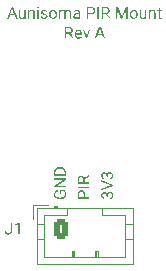
<source format=gbr>
%TF.GenerationSoftware,KiCad,Pcbnew,8.0.4*%
%TF.CreationDate,2024-08-31T15:59:03-07:00*%
%TF.ProjectId,aunisoma-pir,61756e69-736f-46d6-912d-7069722e6b69,rev?*%
%TF.SameCoordinates,Original*%
%TF.FileFunction,Legend,Top*%
%TF.FilePolarity,Positive*%
%FSLAX46Y46*%
G04 Gerber Fmt 4.6, Leading zero omitted, Abs format (unit mm)*
G04 Created by KiCad (PCBNEW 8.0.4) date 2024-08-31 15:59:03*
%MOMM*%
%LPD*%
G01*
G04 APERTURE LIST*
G04 Aperture macros list*
%AMRoundRect*
0 Rectangle with rounded corners*
0 $1 Rounding radius*
0 $2 $3 $4 $5 $6 $7 $8 $9 X,Y pos of 4 corners*
0 Add a 4 corners polygon primitive as box body*
4,1,4,$2,$3,$4,$5,$6,$7,$8,$9,$2,$3,0*
0 Add four circle primitives for the rounded corners*
1,1,$1+$1,$2,$3*
1,1,$1+$1,$4,$5*
1,1,$1+$1,$6,$7*
1,1,$1+$1,$8,$9*
0 Add four rect primitives between the rounded corners*
20,1,$1+$1,$2,$3,$4,$5,0*
20,1,$1+$1,$4,$5,$6,$7,0*
20,1,$1+$1,$6,$7,$8,$9,0*
20,1,$1+$1,$8,$9,$2,$3,0*%
G04 Aperture macros list end*
%ADD10C,0.150000*%
%ADD11C,0.120000*%
%ADD12C,3.200000*%
%ADD13RoundRect,0.250000X-0.350000X-0.625000X0.350000X-0.625000X0.350000X0.625000X-0.350000X0.625000X0*%
%ADD14O,1.200000X1.750000*%
%ADD15C,1.192000*%
G04 APERTURE END LIST*
D10*
G36*
X103289947Y-76655896D02*
G01*
X103328122Y-76689529D01*
X103334155Y-76695708D01*
X103364950Y-76735669D01*
X103380073Y-76762142D01*
X103399673Y-76808121D01*
X103414119Y-76856066D01*
X103415976Y-76863503D01*
X103424907Y-76911817D01*
X103429472Y-76962140D01*
X103430631Y-77007606D01*
X103428119Y-77057436D01*
X103419437Y-77110130D01*
X103404554Y-77160009D01*
X103398879Y-77174424D01*
X103376139Y-77219847D01*
X103347913Y-77261168D01*
X103314201Y-77298387D01*
X103306800Y-77305338D01*
X103266471Y-77337323D01*
X103220895Y-77364586D01*
X103175390Y-77385084D01*
X103159277Y-77391067D01*
X103108356Y-77405944D01*
X103059946Y-77415080D01*
X103008575Y-77420369D01*
X102961196Y-77421842D01*
X102883771Y-77421842D01*
X102829931Y-77420193D01*
X102779052Y-77415247D01*
X102725353Y-77405742D01*
X102686179Y-77395464D01*
X102639375Y-77378694D01*
X102592311Y-77355529D01*
X102550446Y-77327594D01*
X102538900Y-77318283D01*
X102503857Y-77284241D01*
X102471811Y-77241507D01*
X102448589Y-77197848D01*
X102446577Y-77193230D01*
X102429704Y-77144549D01*
X102419080Y-77091622D01*
X102414862Y-77040357D01*
X102414581Y-77022505D01*
X102416775Y-76971176D01*
X102424258Y-76919562D01*
X102437051Y-76873028D01*
X102456377Y-76827565D01*
X102482894Y-76784436D01*
X102499577Y-76763852D01*
X102537311Y-76728035D01*
X102580841Y-76699230D01*
X102594344Y-76692288D01*
X102640489Y-76673321D01*
X102690020Y-76660078D01*
X102714023Y-76655896D01*
X102714023Y-76783147D01*
X102665670Y-76796046D01*
X102638307Y-76807083D01*
X102595076Y-76833820D01*
X102575537Y-76852023D01*
X102546342Y-76892686D01*
X102533039Y-76922121D01*
X102520842Y-76970994D01*
X102517407Y-77022016D01*
X102520979Y-77072575D01*
X102532911Y-77121144D01*
X102542808Y-77144626D01*
X102569242Y-77186093D01*
X102604090Y-77220735D01*
X102615593Y-77229378D01*
X102660840Y-77255385D01*
X102709636Y-77273673D01*
X102730143Y-77279204D01*
X102778369Y-77288382D01*
X102830693Y-77293750D01*
X102881817Y-77295324D01*
X102961196Y-77295324D01*
X103013551Y-77293297D01*
X103062233Y-77287214D01*
X103111540Y-77275841D01*
X103115802Y-77274563D01*
X103163842Y-77256440D01*
X103209373Y-77231457D01*
X103231085Y-77215701D01*
X103268077Y-77179677D01*
X103296561Y-77137856D01*
X103303136Y-77124842D01*
X103320000Y-77076056D01*
X103327203Y-77026819D01*
X103327805Y-77006873D01*
X103325973Y-76956864D01*
X103320478Y-76914794D01*
X103308178Y-76866331D01*
X103302404Y-76850802D01*
X103278468Y-76809036D01*
X103254043Y-76782414D01*
X103024211Y-76782414D01*
X103024211Y-77016643D01*
X102921385Y-77016643D01*
X102921385Y-76655896D01*
X103289947Y-76655896D01*
G37*
G36*
X103415000Y-75671109D02*
G01*
X103415000Y-75799092D01*
X102656137Y-76310537D01*
X103415000Y-76310537D01*
X103415000Y-76437055D01*
X102430212Y-76437055D01*
X102430212Y-76310537D01*
X103192494Y-75797627D01*
X102430212Y-75797627D01*
X102430212Y-75671109D01*
X103415000Y-75671109D01*
G37*
G36*
X103004580Y-74722500D02*
G01*
X103054131Y-74728454D01*
X103106737Y-74739896D01*
X103145355Y-74752267D01*
X103191530Y-74772234D01*
X103238032Y-74799358D01*
X103279477Y-74831682D01*
X103290924Y-74842393D01*
X103325629Y-74881334D01*
X103354942Y-74925188D01*
X103378866Y-74973955D01*
X103383004Y-74984298D01*
X103398470Y-75032693D01*
X103408875Y-75084178D01*
X103414218Y-75138755D01*
X103415000Y-75170411D01*
X103415000Y-75439567D01*
X102430212Y-75439567D01*
X102430212Y-75160886D01*
X102533039Y-75160886D01*
X102533039Y-75313049D01*
X103312173Y-75313049D01*
X103312173Y-75172609D01*
X103309143Y-75119645D01*
X103300052Y-75071240D01*
X103286528Y-75031193D01*
X103262144Y-74984769D01*
X103230665Y-74945116D01*
X103213743Y-74929099D01*
X103172339Y-74899146D01*
X103124727Y-74875965D01*
X103100659Y-74867550D01*
X103048784Y-74855048D01*
X102997310Y-74848657D01*
X102952404Y-74847034D01*
X102891587Y-74847034D01*
X102840019Y-74849085D01*
X102787593Y-74856080D01*
X102739668Y-74868039D01*
X102692693Y-74886357D01*
X102648238Y-74912403D01*
X102627072Y-74929099D01*
X102593234Y-74964668D01*
X102566732Y-75006283D01*
X102556974Y-75027529D01*
X102541477Y-75077581D01*
X102534184Y-75128792D01*
X102533039Y-75160886D01*
X102430212Y-75160886D01*
X102430212Y-75158932D01*
X102432782Y-75105093D01*
X102440491Y-75054037D01*
X102453338Y-75005763D01*
X102462697Y-74980146D01*
X102485590Y-74931884D01*
X102513969Y-74888154D01*
X102547833Y-74848956D01*
X102555265Y-74841660D01*
X102595474Y-74808163D01*
X102640692Y-74779722D01*
X102685672Y-74758448D01*
X102701566Y-74752267D01*
X102751450Y-74736919D01*
X102804658Y-74726593D01*
X102854743Y-74721632D01*
X102894030Y-74720516D01*
X102952404Y-74720516D01*
X103004580Y-74722500D01*
G37*
G36*
X104775396Y-76674791D02*
G01*
X104826230Y-76685690D01*
X104851531Y-76694731D01*
X104897226Y-76719147D01*
X104936001Y-76751792D01*
X104945809Y-76762630D01*
X104975735Y-76805807D01*
X104997413Y-76853183D01*
X105004183Y-76873272D01*
X105015586Y-76920837D01*
X105022255Y-76973193D01*
X105024211Y-77024947D01*
X105024211Y-77264061D01*
X105415000Y-77264061D01*
X105415000Y-77390579D01*
X104421175Y-77390579D01*
X104421175Y-77021772D01*
X104421185Y-77021528D01*
X104524002Y-77021528D01*
X104524002Y-77264061D01*
X104921385Y-77264061D01*
X104921385Y-77021528D01*
X104918165Y-76969764D01*
X104906730Y-76919923D01*
X104885367Y-76874967D01*
X104866186Y-76850558D01*
X104825749Y-76820091D01*
X104804392Y-76810746D01*
X104756651Y-76799832D01*
X104725258Y-76798046D01*
X104675124Y-76803515D01*
X104649787Y-76810746D01*
X104605488Y-76833622D01*
X104585307Y-76850558D01*
X104554891Y-76890247D01*
X104540854Y-76919923D01*
X104527705Y-76969764D01*
X104524002Y-77021528D01*
X104421185Y-77021528D01*
X104423370Y-76970452D01*
X104430853Y-76918519D01*
X104443646Y-76871318D01*
X104463040Y-76825363D01*
X104489787Y-76782244D01*
X104506660Y-76761898D01*
X104544988Y-76727116D01*
X104589020Y-76700562D01*
X104602648Y-76694487D01*
X104649429Y-76679622D01*
X104699676Y-76672335D01*
X104724036Y-76671528D01*
X104775396Y-76674791D01*
G37*
G36*
X105415000Y-76365247D02*
G01*
X105415000Y-76491765D01*
X104430212Y-76491765D01*
X104430212Y-76365247D01*
X105415000Y-76365247D01*
G37*
G36*
X105403032Y-75546789D02*
G01*
X105008579Y-75763921D01*
X105008579Y-76000837D01*
X105407184Y-76000837D01*
X105407184Y-76127355D01*
X104421175Y-76127355D01*
X104421175Y-75800558D01*
X104524002Y-75800558D01*
X104524002Y-76000837D01*
X104905753Y-76000837D01*
X104905753Y-75796406D01*
X104902028Y-75745786D01*
X104890854Y-75701884D01*
X104868224Y-75656336D01*
X104850799Y-75634228D01*
X104811936Y-75603416D01*
X104791448Y-75593684D01*
X104741891Y-75581563D01*
X104717686Y-75580251D01*
X104668697Y-75584728D01*
X104638551Y-75592951D01*
X104594368Y-75617226D01*
X104577491Y-75632763D01*
X104548880Y-75674552D01*
X104537923Y-75701395D01*
X104527061Y-75750061D01*
X104524002Y-75800558D01*
X104421175Y-75800558D01*
X104421175Y-75800314D01*
X104423030Y-75749997D01*
X104430151Y-75694607D01*
X104442613Y-75644661D01*
X104463903Y-75593272D01*
X104492462Y-75549292D01*
X104497135Y-75543614D01*
X104533686Y-75508592D01*
X104576876Y-75482172D01*
X104626705Y-75464354D01*
X104683172Y-75455137D01*
X104718419Y-75453733D01*
X104768359Y-75457616D01*
X104819497Y-75471040D01*
X104866056Y-75494052D01*
X104879131Y-75502826D01*
X104918534Y-75537125D01*
X104951259Y-75578961D01*
X104975001Y-75623058D01*
X104981713Y-75639113D01*
X105403032Y-75409769D01*
X105403032Y-75546789D01*
G37*
G36*
X99327704Y-62142184D02*
G01*
X99192882Y-62142184D01*
X99097872Y-61884263D01*
X98680949Y-61884263D01*
X98587404Y-62142184D01*
X98451849Y-62142184D01*
X98590059Y-61781437D01*
X98720517Y-61781437D01*
X99059037Y-61781437D01*
X98889533Y-61312735D01*
X98720517Y-61781437D01*
X98590059Y-61781437D01*
X98832136Y-61149581D01*
X98946930Y-61149581D01*
X99327704Y-62142184D01*
G37*
G36*
X99890440Y-62081856D02*
G01*
X99853846Y-62115140D01*
X99809095Y-62140803D01*
X99802512Y-62143649D01*
X99755663Y-62157882D01*
X99706050Y-62164579D01*
X99674285Y-62165631D01*
X99625248Y-62162250D01*
X99575122Y-62150244D01*
X99529252Y-62127369D01*
X99498919Y-62101884D01*
X99469059Y-62061473D01*
X99449581Y-62016887D01*
X99437727Y-61967085D01*
X99432850Y-61917924D01*
X99432240Y-61891102D01*
X99432240Y-61415317D01*
X99558758Y-61415317D01*
X99558758Y-61895743D01*
X99562390Y-61946387D01*
X99570237Y-61978297D01*
X99593964Y-62022216D01*
X99600768Y-62029832D01*
X99642722Y-62055268D01*
X99644243Y-62055722D01*
X99692711Y-62062798D01*
X99694313Y-62062805D01*
X99743460Y-62059313D01*
X99792315Y-62046181D01*
X99817411Y-62033251D01*
X99855618Y-62001252D01*
X99884187Y-61957654D01*
X99885555Y-61954605D01*
X99885555Y-61415317D01*
X100012073Y-61415317D01*
X100012073Y-62150000D01*
X99890440Y-62150000D01*
X99890440Y-62081856D01*
G37*
G36*
X100325681Y-61415317D02*
G01*
X100325681Y-61501779D01*
X100360688Y-61466310D01*
X100401016Y-61437693D01*
X100421424Y-61426796D01*
X100469284Y-61409243D01*
X100521578Y-61400639D01*
X100547209Y-61399685D01*
X100598622Y-61403349D01*
X100644906Y-61414340D01*
X100690115Y-61436391D01*
X100719400Y-61461235D01*
X100748169Y-61500729D01*
X100767027Y-61544277D01*
X100778548Y-61592797D01*
X100783469Y-61645134D01*
X100783880Y-61667131D01*
X100783880Y-62150000D01*
X100657362Y-62150000D01*
X100657362Y-61662979D01*
X100653546Y-61613902D01*
X100647593Y-61589218D01*
X100624004Y-61544579D01*
X100619505Y-61539637D01*
X100576757Y-61512689D01*
X100573343Y-61511549D01*
X100523247Y-61502829D01*
X100510084Y-61502512D01*
X100459294Y-61508823D01*
X100414207Y-61527757D01*
X100402373Y-61535484D01*
X100365908Y-61568096D01*
X100337297Y-61608654D01*
X100330565Y-61621702D01*
X100330565Y-62150000D01*
X100204048Y-62150000D01*
X100204048Y-61415317D01*
X100325681Y-61415317D01*
G37*
G36*
X101116539Y-62150000D02*
G01*
X100990021Y-62150000D01*
X100990021Y-61415317D01*
X101116539Y-61415317D01*
X101116539Y-62150000D01*
G37*
G36*
X100975855Y-61220411D02*
G01*
X100991903Y-61174268D01*
X100995394Y-61170341D01*
X101041994Y-61150088D01*
X101053524Y-61149581D01*
X101100968Y-61161259D01*
X101112143Y-61170341D01*
X101132092Y-61216752D01*
X101132170Y-61220411D01*
X101115722Y-61266638D01*
X101112143Y-61270481D01*
X101065131Y-61289782D01*
X101053524Y-61290265D01*
X101004938Y-61278190D01*
X100995394Y-61270481D01*
X100975931Y-61224127D01*
X100975855Y-61220411D01*
G37*
G36*
X101751082Y-61956315D02*
G01*
X101744976Y-61917480D01*
X101720551Y-61883531D01*
X101678685Y-61858067D01*
X101668528Y-61853733D01*
X101621301Y-61838266D01*
X101580356Y-61828576D01*
X101532164Y-61817292D01*
X101484774Y-61803428D01*
X101468981Y-61798046D01*
X101423369Y-61778445D01*
X101385206Y-61755303D01*
X101348264Y-61720327D01*
X101331961Y-61695952D01*
X101316009Y-61648725D01*
X101313399Y-61616085D01*
X101320201Y-61565718D01*
X101332694Y-61533042D01*
X101359424Y-61491895D01*
X101387160Y-61464166D01*
X101428734Y-61436021D01*
X101472401Y-61417027D01*
X101521863Y-61404580D01*
X101572580Y-61399838D01*
X101584020Y-61399685D01*
X101634946Y-61402668D01*
X101684741Y-61412553D01*
X101701256Y-61417759D01*
X101746540Y-61437480D01*
X101787153Y-61465141D01*
X101789428Y-61467096D01*
X101822941Y-61503347D01*
X101844383Y-61540369D01*
X101859787Y-61589210D01*
X101863434Y-61629762D01*
X101736916Y-61629762D01*
X101726658Y-61584333D01*
X101698316Y-61544435D01*
X101697104Y-61543300D01*
X101654710Y-61515916D01*
X101649477Y-61513747D01*
X101600223Y-61503049D01*
X101584508Y-61502512D01*
X101534614Y-61507306D01*
X101518318Y-61511793D01*
X101474486Y-61535506D01*
X101473378Y-61536461D01*
X101447976Y-61571388D01*
X101439916Y-61611444D01*
X101446755Y-61648080D01*
X101472889Y-61677878D01*
X101517315Y-61699703D01*
X101525401Y-61702547D01*
X101574555Y-61716686D01*
X101611375Y-61725261D01*
X101659792Y-61737718D01*
X101706585Y-61752452D01*
X101729344Y-61760921D01*
X101775262Y-61782353D01*
X101812387Y-61807083D01*
X101847020Y-61843108D01*
X101861480Y-61867655D01*
X101875333Y-61914691D01*
X101877600Y-61947034D01*
X101871809Y-61996210D01*
X101857083Y-62035938D01*
X101828636Y-62077644D01*
X101798709Y-62105059D01*
X101757005Y-62130521D01*
X101710919Y-62148736D01*
X101707607Y-62149755D01*
X101658940Y-62160608D01*
X101609648Y-62165243D01*
X101589637Y-62165631D01*
X101540362Y-62163207D01*
X101491412Y-62155032D01*
X101457990Y-62145115D01*
X101411655Y-62124638D01*
X101369688Y-62097097D01*
X101362247Y-62090893D01*
X101328297Y-62054623D01*
X101303629Y-62013712D01*
X101288002Y-61966968D01*
X101283601Y-61924808D01*
X101410119Y-61924808D01*
X101418951Y-61974296D01*
X101427216Y-61990020D01*
X101460803Y-62026200D01*
X101470203Y-62032763D01*
X101515498Y-62053067D01*
X101526867Y-62055966D01*
X101577111Y-62062564D01*
X101588660Y-62062805D01*
X101638784Y-62058995D01*
X101658514Y-62054745D01*
X101704035Y-62035537D01*
X101709316Y-62032030D01*
X101740579Y-61998325D01*
X101751082Y-61956315D01*
G37*
G36*
X102393581Y-61403091D02*
G01*
X102441936Y-61413308D01*
X102482589Y-61428506D01*
X102526839Y-61453030D01*
X102565800Y-61483736D01*
X102588835Y-61507641D01*
X102618739Y-61547952D01*
X102642874Y-61593416D01*
X102655757Y-61626587D01*
X102669107Y-61675186D01*
X102676915Y-61726613D01*
X102679205Y-61775819D01*
X102679205Y-61790718D01*
X102676915Y-61839925D01*
X102669107Y-61891352D01*
X102655757Y-61939951D01*
X102635470Y-61988814D01*
X102609412Y-62032458D01*
X102588835Y-62058653D01*
X102553435Y-62093183D01*
X102512814Y-62121667D01*
X102482833Y-62137299D01*
X102434073Y-62154564D01*
X102385453Y-62163390D01*
X102342882Y-62165631D01*
X102290886Y-62162283D01*
X102242699Y-62152240D01*
X102202198Y-62137299D01*
X102158246Y-62112844D01*
X102119446Y-62082344D01*
X102096441Y-62058653D01*
X102066468Y-62018490D01*
X102042128Y-61973107D01*
X102029030Y-61939951D01*
X102015681Y-61891352D01*
X102007873Y-61839925D01*
X102005583Y-61790718D01*
X102005583Y-61775819D01*
X102005594Y-61775575D01*
X102132101Y-61775575D01*
X102132101Y-61790474D01*
X102134945Y-61841110D01*
X102144249Y-61892165D01*
X102145046Y-61895254D01*
X102161532Y-61941416D01*
X102184613Y-61981716D01*
X102218384Y-62018690D01*
X102250314Y-62040823D01*
X102298803Y-62058597D01*
X102342394Y-62062805D01*
X102391303Y-62057309D01*
X102433985Y-62040823D01*
X102474445Y-62011302D01*
X102499930Y-61981716D01*
X102524044Y-61938703D01*
X102539253Y-61895254D01*
X102549329Y-61844391D01*
X102552674Y-61793933D01*
X102552687Y-61790474D01*
X102552687Y-61775575D01*
X102549735Y-61725411D01*
X102540080Y-61674387D01*
X102539253Y-61671284D01*
X102522706Y-61624816D01*
X102499442Y-61584577D01*
X102465516Y-61547328D01*
X102433252Y-61524982D01*
X102387489Y-61507449D01*
X102340928Y-61502512D01*
X102292141Y-61508129D01*
X102249826Y-61524982D01*
X102210078Y-61554778D01*
X102184613Y-61584577D01*
X102160308Y-61627538D01*
X102145046Y-61671284D01*
X102135337Y-61722147D01*
X102132113Y-61772161D01*
X102132101Y-61775575D01*
X102005594Y-61775575D01*
X102007873Y-61726613D01*
X102015681Y-61675186D01*
X102029030Y-61626587D01*
X102049547Y-61577689D01*
X102075558Y-61533943D01*
X102095953Y-61507641D01*
X102131204Y-61472813D01*
X102171744Y-61444168D01*
X102201710Y-61428506D01*
X102250551Y-61410944D01*
X102299063Y-61401965D01*
X102341417Y-61399685D01*
X102393581Y-61403091D01*
G37*
G36*
X102955932Y-61415317D02*
G01*
X102955932Y-61491765D01*
X102992570Y-61457417D01*
X103035379Y-61430456D01*
X103048744Y-61424110D01*
X103095940Y-61408296D01*
X103144730Y-61400854D01*
X103175506Y-61399685D01*
X103227026Y-61403532D01*
X103277568Y-61416382D01*
X103302512Y-61427041D01*
X103343089Y-61454510D01*
X103375119Y-61492863D01*
X103387020Y-61514235D01*
X103420456Y-61475668D01*
X103461227Y-61443712D01*
X103482519Y-61431193D01*
X103529723Y-61411993D01*
X103578364Y-61402178D01*
X103621982Y-61399685D01*
X103671082Y-61402631D01*
X103720786Y-61413209D01*
X103726518Y-61415073D01*
X103771117Y-61436125D01*
X103803943Y-61462944D01*
X103833267Y-61502682D01*
X103851815Y-61545987D01*
X103863001Y-61593705D01*
X103867779Y-61644628D01*
X103868179Y-61665910D01*
X103868179Y-62150000D01*
X103741661Y-62150000D01*
X103741661Y-61662247D01*
X103737700Y-61612446D01*
X103730426Y-61584822D01*
X103705097Y-61541519D01*
X103698919Y-61535484D01*
X103654753Y-61511268D01*
X103649337Y-61509839D01*
X103599964Y-61502862D01*
X103584857Y-61502512D01*
X103535615Y-61508399D01*
X103515981Y-61514968D01*
X103473042Y-61540853D01*
X103464690Y-61548429D01*
X103434853Y-61588853D01*
X103430740Y-61597522D01*
X103416464Y-61646142D01*
X103414864Y-61658094D01*
X103414864Y-62150000D01*
X103288346Y-62150000D01*
X103288346Y-61662979D01*
X103283958Y-61613902D01*
X103277111Y-61589218D01*
X103251544Y-61545870D01*
X103245360Y-61539637D01*
X103203151Y-61513911D01*
X103196023Y-61511549D01*
X103146518Y-61502944D01*
X103131054Y-61502512D01*
X103080676Y-61507389D01*
X103033467Y-61525139D01*
X103022854Y-61532065D01*
X102987134Y-61565893D01*
X102961549Y-61608757D01*
X102961549Y-62150000D01*
X102835032Y-62150000D01*
X102835032Y-61415317D01*
X102955932Y-61415317D01*
G37*
G36*
X104403614Y-61402631D02*
G01*
X104453639Y-61412323D01*
X104463154Y-61415073D01*
X104510049Y-61434429D01*
X104549616Y-61461723D01*
X104583543Y-61499092D01*
X104606036Y-61539392D01*
X104620587Y-61586386D01*
X104626130Y-61636542D01*
X104626309Y-61648080D01*
X104626309Y-61992219D01*
X104629043Y-62043269D01*
X104632659Y-62071353D01*
X104644049Y-62120691D01*
X104652198Y-62142672D01*
X104652198Y-62153663D01*
X104519330Y-62153663D01*
X104508339Y-62120690D01*
X104501745Y-62080146D01*
X104463547Y-62111896D01*
X104462177Y-62112875D01*
X104418925Y-62138198D01*
X104414062Y-62140474D01*
X104367005Y-62156606D01*
X104357641Y-62158792D01*
X104308083Y-62165304D01*
X104293406Y-62165631D01*
X104243048Y-62161821D01*
X104194421Y-62149357D01*
X104191556Y-62148290D01*
X104147010Y-62126228D01*
X104113887Y-62101151D01*
X104080768Y-62061978D01*
X104064062Y-62030809D01*
X104049842Y-61983144D01*
X104046476Y-61943614D01*
X104047526Y-61931646D01*
X104172994Y-61931646D01*
X104180722Y-61980390D01*
X104181787Y-61983426D01*
X104208409Y-62024947D01*
X104250518Y-62051899D01*
X104252129Y-62052547D01*
X104301903Y-62062554D01*
X104312457Y-62062805D01*
X104362587Y-62056842D01*
X104375715Y-62053035D01*
X104420354Y-62032893D01*
X104429693Y-62027145D01*
X104467387Y-61995569D01*
X104471947Y-61990509D01*
X104499157Y-61949383D01*
X104499791Y-61948011D01*
X104499791Y-61790474D01*
X104395988Y-61790474D01*
X104345460Y-61792672D01*
X104295988Y-61800400D01*
X104246122Y-61817402D01*
X104230879Y-61825645D01*
X104193401Y-61859989D01*
X104175029Y-61906264D01*
X104172994Y-61931646D01*
X104047526Y-61931646D01*
X104050871Y-61893539D01*
X104065332Y-61845904D01*
X104069435Y-61837124D01*
X104097401Y-61794687D01*
X104135380Y-61759699D01*
X104179598Y-61733771D01*
X104227937Y-61715673D01*
X104239184Y-61712561D01*
X104291093Y-61702282D01*
X104343088Y-61697444D01*
X104375227Y-61696685D01*
X104499791Y-61696685D01*
X104499791Y-61640997D01*
X104492311Y-61590555D01*
X104467696Y-61547403D01*
X104460712Y-61540125D01*
X104416040Y-61513127D01*
X104363954Y-61503099D01*
X104345429Y-61502512D01*
X104296566Y-61507732D01*
X104281682Y-61511793D01*
X104237363Y-61532470D01*
X104232101Y-61536217D01*
X104200105Y-61571877D01*
X104188625Y-61614375D01*
X104062108Y-61614375D01*
X104070122Y-61565908D01*
X104082624Y-61537194D01*
X104111269Y-61496605D01*
X104141242Y-61468562D01*
X104183252Y-61440901D01*
X104229735Y-61420183D01*
X104233078Y-61418981D01*
X104282646Y-61405791D01*
X104332859Y-61400157D01*
X104353245Y-61399685D01*
X104403614Y-61402631D01*
G37*
G36*
X105604774Y-61158370D02*
G01*
X105656708Y-61165853D01*
X105703908Y-61178646D01*
X105749864Y-61198040D01*
X105792983Y-61224787D01*
X105813329Y-61241660D01*
X105848111Y-61279988D01*
X105874664Y-61324020D01*
X105880740Y-61337648D01*
X105895605Y-61384429D01*
X105902892Y-61434676D01*
X105903699Y-61459036D01*
X105900436Y-61510396D01*
X105889537Y-61561230D01*
X105880496Y-61586531D01*
X105856079Y-61632226D01*
X105823434Y-61671001D01*
X105812596Y-61680809D01*
X105769420Y-61710735D01*
X105722043Y-61732413D01*
X105701954Y-61739183D01*
X105654389Y-61750586D01*
X105602033Y-61757255D01*
X105550279Y-61759211D01*
X105311166Y-61759211D01*
X105311166Y-62150000D01*
X105184648Y-62150000D01*
X105184648Y-61656385D01*
X105311166Y-61656385D01*
X105553699Y-61656385D01*
X105605462Y-61653165D01*
X105655304Y-61641730D01*
X105700260Y-61620367D01*
X105724669Y-61601186D01*
X105755135Y-61560749D01*
X105764480Y-61539392D01*
X105775395Y-61491651D01*
X105777181Y-61460258D01*
X105771711Y-61410124D01*
X105764480Y-61384787D01*
X105741605Y-61340488D01*
X105724669Y-61320307D01*
X105684979Y-61289891D01*
X105655304Y-61275854D01*
X105605462Y-61262705D01*
X105553699Y-61259002D01*
X105311166Y-61259002D01*
X105311166Y-61656385D01*
X105184648Y-61656385D01*
X105184648Y-61156175D01*
X105553454Y-61156175D01*
X105604774Y-61158370D01*
G37*
G36*
X106209979Y-62150000D02*
G01*
X106083461Y-62150000D01*
X106083461Y-61165212D01*
X106209979Y-61165212D01*
X106209979Y-62150000D01*
G37*
G36*
X106825230Y-61158030D02*
G01*
X106880619Y-61165151D01*
X106930565Y-61177613D01*
X106981955Y-61198903D01*
X107025934Y-61227462D01*
X107031612Y-61232135D01*
X107066634Y-61268686D01*
X107093055Y-61311876D01*
X107110873Y-61361705D01*
X107120089Y-61418172D01*
X107121494Y-61453419D01*
X107117610Y-61503359D01*
X107104186Y-61554497D01*
X107081174Y-61601056D01*
X107072401Y-61614131D01*
X107038102Y-61653534D01*
X106996266Y-61686259D01*
X106952169Y-61710001D01*
X106936113Y-61716713D01*
X107165457Y-62138032D01*
X107028437Y-62138032D01*
X106811305Y-61743579D01*
X106574390Y-61743579D01*
X106574390Y-62142184D01*
X106447872Y-62142184D01*
X106447872Y-61640753D01*
X106574390Y-61640753D01*
X106778821Y-61640753D01*
X106829440Y-61637028D01*
X106873343Y-61625854D01*
X106918890Y-61603224D01*
X106940998Y-61585799D01*
X106971811Y-61546936D01*
X106981542Y-61526448D01*
X106993664Y-61476891D01*
X106994976Y-61452686D01*
X106990498Y-61403697D01*
X106982275Y-61373551D01*
X106958001Y-61329368D01*
X106942464Y-61312491D01*
X106900674Y-61283880D01*
X106873831Y-61272923D01*
X106825165Y-61262061D01*
X106774669Y-61259002D01*
X106574390Y-61259002D01*
X106574390Y-61640753D01*
X106447872Y-61640753D01*
X106447872Y-61156175D01*
X106774913Y-61156175D01*
X106825230Y-61158030D01*
G37*
G36*
X107826623Y-61165212D02*
G01*
X108148535Y-61968771D01*
X108470447Y-61165212D01*
X108641661Y-61165212D01*
X108641661Y-62150000D01*
X108515143Y-62150000D01*
X108515143Y-61766538D01*
X108515143Y-61352547D01*
X108197872Y-62150000D01*
X108098465Y-62150000D01*
X107781926Y-61354501D01*
X107781926Y-61766538D01*
X107781926Y-62150000D01*
X107655408Y-62150000D01*
X107655408Y-61165212D01*
X107826623Y-61165212D01*
G37*
G36*
X109218703Y-61403091D02*
G01*
X109267058Y-61413308D01*
X109307711Y-61428506D01*
X109351961Y-61453030D01*
X109390922Y-61483736D01*
X109413957Y-61507641D01*
X109443861Y-61547952D01*
X109467996Y-61593416D01*
X109480879Y-61626587D01*
X109494229Y-61675186D01*
X109502037Y-61726613D01*
X109504327Y-61775819D01*
X109504327Y-61790718D01*
X109502037Y-61839925D01*
X109494229Y-61891352D01*
X109480879Y-61939951D01*
X109460592Y-61988814D01*
X109434534Y-62032458D01*
X109413957Y-62058653D01*
X109378557Y-62093183D01*
X109337936Y-62121667D01*
X109307956Y-62137299D01*
X109259195Y-62154564D01*
X109210575Y-62163390D01*
X109168004Y-62165631D01*
X109116008Y-62162283D01*
X109067821Y-62152240D01*
X109027320Y-62137299D01*
X108983368Y-62112844D01*
X108944568Y-62082344D01*
X108921563Y-62058653D01*
X108891590Y-62018490D01*
X108867250Y-61973107D01*
X108854152Y-61939951D01*
X108840803Y-61891352D01*
X108832995Y-61839925D01*
X108830705Y-61790718D01*
X108830705Y-61775819D01*
X108830716Y-61775575D01*
X108957223Y-61775575D01*
X108957223Y-61790474D01*
X108960067Y-61841110D01*
X108969371Y-61892165D01*
X108970168Y-61895254D01*
X108986654Y-61941416D01*
X109009735Y-61981716D01*
X109043506Y-62018690D01*
X109075436Y-62040823D01*
X109123925Y-62058597D01*
X109167516Y-62062805D01*
X109216426Y-62057309D01*
X109259107Y-62040823D01*
X109299567Y-62011302D01*
X109325053Y-61981716D01*
X109349166Y-61938703D01*
X109364376Y-61895254D01*
X109374451Y-61844391D01*
X109377796Y-61793933D01*
X109377809Y-61790474D01*
X109377809Y-61775575D01*
X109374857Y-61725411D01*
X109365202Y-61674387D01*
X109364376Y-61671284D01*
X109347828Y-61624816D01*
X109324564Y-61584577D01*
X109290638Y-61547328D01*
X109258374Y-61524982D01*
X109212612Y-61507449D01*
X109166050Y-61502512D01*
X109117263Y-61508129D01*
X109074948Y-61524982D01*
X109035200Y-61554778D01*
X109009735Y-61584577D01*
X108985430Y-61627538D01*
X108970168Y-61671284D01*
X108960459Y-61722147D01*
X108957235Y-61772161D01*
X108957223Y-61775575D01*
X108830716Y-61775575D01*
X108832995Y-61726613D01*
X108840803Y-61675186D01*
X108854152Y-61626587D01*
X108874669Y-61577689D01*
X108900681Y-61533943D01*
X108921075Y-61507641D01*
X108956326Y-61472813D01*
X108996866Y-61444168D01*
X109026832Y-61428506D01*
X109075673Y-61410944D01*
X109124185Y-61401965D01*
X109166539Y-61399685D01*
X109218703Y-61403091D01*
G37*
G36*
X110118353Y-62081856D02*
G01*
X110081760Y-62115140D01*
X110037009Y-62140803D01*
X110030426Y-62143649D01*
X109983577Y-62157882D01*
X109933963Y-62164579D01*
X109902198Y-62165631D01*
X109853161Y-62162250D01*
X109803036Y-62150244D01*
X109757166Y-62127369D01*
X109726832Y-62101884D01*
X109696972Y-62061473D01*
X109677495Y-62016887D01*
X109665641Y-61967085D01*
X109660763Y-61917924D01*
X109660154Y-61891102D01*
X109660154Y-61415317D01*
X109786671Y-61415317D01*
X109786671Y-61895743D01*
X109790304Y-61946387D01*
X109798151Y-61978297D01*
X109821878Y-62022216D01*
X109828681Y-62029832D01*
X109870635Y-62055268D01*
X109872156Y-62055722D01*
X109920625Y-62062798D01*
X109922226Y-62062805D01*
X109971373Y-62059313D01*
X110020229Y-62046181D01*
X110045325Y-62033251D01*
X110083532Y-62001252D01*
X110112101Y-61957654D01*
X110113468Y-61954605D01*
X110113468Y-61415317D01*
X110239986Y-61415317D01*
X110239986Y-62150000D01*
X110118353Y-62150000D01*
X110118353Y-62081856D01*
G37*
G36*
X110553594Y-61415317D02*
G01*
X110553594Y-61501779D01*
X110588601Y-61466310D01*
X110628930Y-61437693D01*
X110649337Y-61426796D01*
X110697197Y-61409243D01*
X110749491Y-61400639D01*
X110775122Y-61399685D01*
X110826535Y-61403349D01*
X110872819Y-61414340D01*
X110918028Y-61436391D01*
X110947314Y-61461235D01*
X110976082Y-61500729D01*
X110994941Y-61544277D01*
X111006461Y-61592797D01*
X111011382Y-61645134D01*
X111011794Y-61667131D01*
X111011794Y-62150000D01*
X110885276Y-62150000D01*
X110885276Y-61662979D01*
X110881460Y-61613902D01*
X110875506Y-61589218D01*
X110851918Y-61544579D01*
X110847418Y-61539637D01*
X110804671Y-61512689D01*
X110801256Y-61511549D01*
X110751161Y-61502829D01*
X110737997Y-61502512D01*
X110687207Y-61508823D01*
X110642121Y-61527757D01*
X110630286Y-61535484D01*
X110593822Y-61568096D01*
X110565211Y-61608654D01*
X110558479Y-61621702D01*
X110558479Y-62150000D01*
X110431961Y-62150000D01*
X110431961Y-61415317D01*
X110553594Y-61415317D01*
G37*
G36*
X111391347Y-61235554D02*
G01*
X111391347Y-61415317D01*
X111532031Y-61415317D01*
X111532031Y-61518143D01*
X111391347Y-61518143D01*
X111391347Y-61974389D01*
X111398186Y-62020307D01*
X111416748Y-62047173D01*
X111443371Y-62059874D01*
X111474145Y-62062805D01*
X111507851Y-62059874D01*
X111535450Y-62054745D01*
X111535450Y-62152686D01*
X111495883Y-62160990D01*
X111445714Y-62165559D01*
X111437265Y-62165631D01*
X111386798Y-62160136D01*
X111370831Y-62155861D01*
X111326520Y-62132546D01*
X111315876Y-62123133D01*
X111287091Y-62082460D01*
X111278507Y-62062561D01*
X111267087Y-62012071D01*
X111264829Y-61970481D01*
X111264829Y-61518143D01*
X111125611Y-61518143D01*
X111125611Y-61415317D01*
X111264829Y-61415317D01*
X111264829Y-61235554D01*
X111391347Y-61235554D01*
G37*
G36*
X103721391Y-62838030D02*
G01*
X103776781Y-62845151D01*
X103826727Y-62857613D01*
X103878116Y-62878903D01*
X103922096Y-62907462D01*
X103927774Y-62912135D01*
X103962796Y-62948686D01*
X103989216Y-62991876D01*
X104007034Y-63041705D01*
X104016251Y-63098172D01*
X104017655Y-63133419D01*
X104013772Y-63183359D01*
X104000348Y-63234497D01*
X103977336Y-63281056D01*
X103968562Y-63294131D01*
X103934263Y-63333534D01*
X103892427Y-63366259D01*
X103848330Y-63390001D01*
X103832275Y-63396713D01*
X104061619Y-63818032D01*
X103924599Y-63818032D01*
X103707467Y-63423579D01*
X103470551Y-63423579D01*
X103470551Y-63822184D01*
X103344033Y-63822184D01*
X103344033Y-63320753D01*
X103470551Y-63320753D01*
X103674982Y-63320753D01*
X103725602Y-63317028D01*
X103769504Y-63305854D01*
X103815052Y-63283224D01*
X103837160Y-63265799D01*
X103867972Y-63226936D01*
X103877704Y-63206448D01*
X103889825Y-63156891D01*
X103891137Y-63132686D01*
X103886660Y-63083697D01*
X103878437Y-63053551D01*
X103854162Y-63009368D01*
X103838625Y-62992491D01*
X103796836Y-62963880D01*
X103769993Y-62952923D01*
X103721327Y-62942061D01*
X103670830Y-62939002D01*
X103470551Y-62939002D01*
X103470551Y-63320753D01*
X103344033Y-63320753D01*
X103344033Y-62836175D01*
X103671074Y-62836175D01*
X103721391Y-62838030D01*
G37*
G36*
X104533553Y-63082976D02*
G01*
X104584243Y-63094070D01*
X104618248Y-63107529D01*
X104661538Y-63133619D01*
X104698136Y-63166642D01*
X104712770Y-63184221D01*
X104739750Y-63226736D01*
X104760360Y-63275296D01*
X104767725Y-63299748D01*
X104778590Y-63351406D01*
X104784144Y-63401655D01*
X104785555Y-63444829D01*
X104785555Y-63501737D01*
X104285345Y-63501737D01*
X104289192Y-63550830D01*
X104300733Y-63596503D01*
X104322139Y-63642133D01*
X104344452Y-63672707D01*
X104382433Y-63706342D01*
X104413084Y-63723998D01*
X104461547Y-63739205D01*
X104503943Y-63742805D01*
X104555288Y-63738371D01*
X104602919Y-63723678D01*
X104618004Y-63715938D01*
X104659163Y-63686658D01*
X104695169Y-63649649D01*
X104699581Y-63644131D01*
X104776029Y-63703726D01*
X104745255Y-63743660D01*
X104733042Y-63756482D01*
X104694296Y-63788869D01*
X104673936Y-63801912D01*
X104627892Y-63823588D01*
X104596511Y-63833663D01*
X104546819Y-63843001D01*
X104497592Y-63845631D01*
X104446262Y-63842485D01*
X104394216Y-63831878D01*
X104357885Y-63819009D01*
X104313532Y-63795973D01*
X104271220Y-63764507D01*
X104250907Y-63744759D01*
X104218334Y-63703277D01*
X104194205Y-63659691D01*
X104182763Y-63631919D01*
X104168177Y-63580960D01*
X104160721Y-63531290D01*
X104158827Y-63488548D01*
X104158827Y-63459972D01*
X104160953Y-63410802D01*
X104162664Y-63398911D01*
X104288765Y-63398911D01*
X104659037Y-63398911D01*
X104659037Y-63389141D01*
X104654724Y-63339874D01*
X104649023Y-63314403D01*
X104630279Y-63267271D01*
X104618248Y-63248213D01*
X104583815Y-63213223D01*
X104564271Y-63200830D01*
X104516853Y-63185088D01*
X104482449Y-63182512D01*
X104432389Y-63189323D01*
X104411619Y-63196922D01*
X104368807Y-63224198D01*
X104353977Y-63238443D01*
X104324320Y-63279812D01*
X104311723Y-63306099D01*
X104296164Y-63355420D01*
X104288765Y-63398911D01*
X104162664Y-63398911D01*
X104168299Y-63359750D01*
X104180893Y-63312466D01*
X104185694Y-63299016D01*
X104206440Y-63252836D01*
X104233877Y-63208580D01*
X104257746Y-63179581D01*
X104296555Y-63143879D01*
X104339556Y-63115755D01*
X104360816Y-63105331D01*
X104408813Y-63088727D01*
X104458341Y-63080587D01*
X104481716Y-63079685D01*
X104533553Y-63082976D01*
G37*
G36*
X105168772Y-63661228D02*
G01*
X105351954Y-63095317D01*
X105481158Y-63095317D01*
X105215910Y-63830000D01*
X105119679Y-63830000D01*
X104851500Y-63095317D01*
X104980705Y-63095317D01*
X105168772Y-63661228D01*
G37*
G36*
X106747802Y-63822184D02*
G01*
X106612980Y-63822184D01*
X106517969Y-63564263D01*
X106101047Y-63564263D01*
X106007502Y-63822184D01*
X105871947Y-63822184D01*
X106010156Y-63461437D01*
X106140614Y-63461437D01*
X106479134Y-63461437D01*
X106309630Y-62992735D01*
X106140614Y-63461437D01*
X106010156Y-63461437D01*
X106252233Y-62829581D01*
X106367027Y-62829581D01*
X106747802Y-63822184D01*
G37*
G36*
X106858859Y-77231577D02*
G01*
X106858859Y-77144138D01*
X106854840Y-77094069D01*
X106846158Y-77060362D01*
X106823961Y-77016767D01*
X106810743Y-77000767D01*
X106770481Y-76970672D01*
X106757498Y-76964863D01*
X106708039Y-76953644D01*
X106690087Y-76952896D01*
X106641334Y-76956998D01*
X106593157Y-76972752D01*
X106561615Y-76994905D01*
X106532992Y-77036055D01*
X106519522Y-77086848D01*
X106517407Y-77122156D01*
X106522948Y-77172877D01*
X106529131Y-77193719D01*
X106552624Y-77236629D01*
X106563080Y-77248674D01*
X106603092Y-77278053D01*
X106616325Y-77284089D01*
X106665051Y-77295785D01*
X106686179Y-77296789D01*
X106686179Y-77423307D01*
X106634666Y-77418585D01*
X106586373Y-77404417D01*
X106580177Y-77401814D01*
X106536715Y-77377517D01*
X106498833Y-77345385D01*
X106494204Y-77340509D01*
X106463063Y-77299926D01*
X106440196Y-77255755D01*
X106436074Y-77245498D01*
X106422158Y-77198277D01*
X106415336Y-77147106D01*
X106414581Y-77122156D01*
X106417564Y-77070153D01*
X106426512Y-77022101D01*
X106432655Y-77001256D01*
X106453127Y-76953682D01*
X106481112Y-76913085D01*
X106485411Y-76908199D01*
X106524429Y-76873700D01*
X106568883Y-76849231D01*
X106572117Y-76847871D01*
X106620911Y-76833178D01*
X106672079Y-76826902D01*
X106693262Y-76826378D01*
X106741923Y-76832985D01*
X106751392Y-76835659D01*
X106797968Y-76855975D01*
X106810743Y-76863747D01*
X106848975Y-76894465D01*
X106865209Y-76911863D01*
X106893526Y-76953193D01*
X106907219Y-76982205D01*
X106926844Y-76934524D01*
X106948740Y-76899895D01*
X106982877Y-76863621D01*
X107005648Y-76846894D01*
X107050367Y-76825233D01*
X107071838Y-76819050D01*
X107121063Y-76811403D01*
X107139982Y-76810746D01*
X107189911Y-76814112D01*
X107239271Y-76825355D01*
X107263813Y-76834682D01*
X107307938Y-76858918D01*
X107347848Y-76892667D01*
X107354916Y-76900383D01*
X107383867Y-76940040D01*
X107406180Y-76985494D01*
X107411336Y-76999546D01*
X107423829Y-77047517D01*
X107429953Y-77098956D01*
X107430631Y-77123866D01*
X107427648Y-77175046D01*
X107418699Y-77223809D01*
X107412557Y-77245498D01*
X107393470Y-77292582D01*
X107367838Y-77334243D01*
X107359312Y-77345150D01*
X107322744Y-77381303D01*
X107278984Y-77409621D01*
X107272606Y-77412805D01*
X107224708Y-77429668D01*
X107175207Y-77436871D01*
X107154881Y-77437473D01*
X107154881Y-77310956D01*
X107205046Y-77304953D01*
X107225711Y-77298255D01*
X107268393Y-77272380D01*
X107280422Y-77260886D01*
X107308723Y-77218616D01*
X107315593Y-77202023D01*
X107326362Y-77152931D01*
X107327805Y-77124110D01*
X107323416Y-77073506D01*
X107316570Y-77046441D01*
X107294236Y-77002010D01*
X107282131Y-76987578D01*
X107242622Y-76958398D01*
X107224002Y-76950209D01*
X107175859Y-76939084D01*
X107142669Y-76937264D01*
X107091953Y-76942516D01*
X107062313Y-76952163D01*
X107019342Y-76979538D01*
X107005893Y-76993684D01*
X106980642Y-77035936D01*
X106972676Y-77058653D01*
X106963499Y-77106967D01*
X106961685Y-77143893D01*
X106961685Y-77231577D01*
X106858859Y-77231577D01*
G37*
G36*
X107240122Y-76269504D02*
G01*
X106422397Y-75985205D01*
X106422397Y-75841591D01*
X107415000Y-76210642D01*
X107415000Y-76326901D01*
X106422397Y-76695464D01*
X106422397Y-76552581D01*
X107240122Y-76269504D01*
G37*
G36*
X106858859Y-75556071D02*
G01*
X106858859Y-75468632D01*
X106854840Y-75418563D01*
X106846158Y-75384856D01*
X106823961Y-75341261D01*
X106810743Y-75325261D01*
X106770481Y-75295166D01*
X106757498Y-75289357D01*
X106708039Y-75278138D01*
X106690087Y-75277390D01*
X106641334Y-75281492D01*
X106593157Y-75297246D01*
X106561615Y-75319399D01*
X106532992Y-75360549D01*
X106519522Y-75411342D01*
X106517407Y-75446650D01*
X106522948Y-75497371D01*
X106529131Y-75518213D01*
X106552624Y-75561123D01*
X106563080Y-75573168D01*
X106603092Y-75602547D01*
X106616325Y-75608583D01*
X106665051Y-75620279D01*
X106686179Y-75621284D01*
X106686179Y-75747801D01*
X106634666Y-75743079D01*
X106586373Y-75728911D01*
X106580177Y-75726308D01*
X106536715Y-75702011D01*
X106498833Y-75669879D01*
X106494204Y-75665003D01*
X106463063Y-75624420D01*
X106440196Y-75580249D01*
X106436074Y-75569993D01*
X106422158Y-75522771D01*
X106415336Y-75471600D01*
X106414581Y-75446650D01*
X106417564Y-75394647D01*
X106426512Y-75346595D01*
X106432655Y-75325750D01*
X106453127Y-75278176D01*
X106481112Y-75237579D01*
X106485411Y-75232693D01*
X106524429Y-75198194D01*
X106568883Y-75173725D01*
X106572117Y-75172365D01*
X106620911Y-75157672D01*
X106672079Y-75151397D01*
X106693262Y-75150872D01*
X106741923Y-75157479D01*
X106751392Y-75160153D01*
X106797968Y-75180469D01*
X106810743Y-75188241D01*
X106848975Y-75218959D01*
X106865209Y-75236357D01*
X106893526Y-75277687D01*
X106907219Y-75306699D01*
X106926844Y-75259018D01*
X106948740Y-75224389D01*
X106982877Y-75188115D01*
X107005648Y-75171388D01*
X107050367Y-75149727D01*
X107071838Y-75143545D01*
X107121063Y-75135897D01*
X107139982Y-75135240D01*
X107189911Y-75138606D01*
X107239271Y-75149850D01*
X107263813Y-75159176D01*
X107307938Y-75183412D01*
X107347848Y-75217162D01*
X107354916Y-75224877D01*
X107383867Y-75264534D01*
X107406180Y-75309988D01*
X107411336Y-75324040D01*
X107423829Y-75372012D01*
X107429953Y-75423450D01*
X107430631Y-75448360D01*
X107427648Y-75499540D01*
X107418699Y-75548303D01*
X107412557Y-75569993D01*
X107393470Y-75617076D01*
X107367838Y-75658737D01*
X107359312Y-75669644D01*
X107322744Y-75705797D01*
X107278984Y-75734115D01*
X107272606Y-75737299D01*
X107224708Y-75754162D01*
X107175207Y-75761365D01*
X107154881Y-75761967D01*
X107154881Y-75635450D01*
X107205046Y-75629447D01*
X107225711Y-75622749D01*
X107268393Y-75596875D01*
X107280422Y-75585380D01*
X107308723Y-75543111D01*
X107315593Y-75526517D01*
X107326362Y-75477425D01*
X107327805Y-75448604D01*
X107323416Y-75398000D01*
X107316570Y-75370935D01*
X107294236Y-75326504D01*
X107282131Y-75312072D01*
X107242622Y-75282892D01*
X107224002Y-75274703D01*
X107175859Y-75263578D01*
X107142669Y-75261758D01*
X107091953Y-75267010D01*
X107062313Y-75276657D01*
X107019342Y-75304032D01*
X107005893Y-75318178D01*
X106980642Y-75360430D01*
X106972676Y-75383147D01*
X106963499Y-75431461D01*
X106961685Y-75468387D01*
X106961685Y-75556071D01*
X106858859Y-75556071D01*
G37*
G36*
X98751360Y-79422397D02*
G01*
X98877878Y-79422397D01*
X98877878Y-80126549D01*
X98874615Y-80179534D01*
X98864827Y-80227848D01*
X98854675Y-80257463D01*
X98830940Y-80303825D01*
X98799911Y-80342894D01*
X98789707Y-80352718D01*
X98750170Y-80382597D01*
X98704649Y-80405558D01*
X98690544Y-80410847D01*
X98642135Y-80423657D01*
X98590179Y-80429936D01*
X98565003Y-80430631D01*
X98514994Y-80428192D01*
X98464539Y-80420047D01*
X98438974Y-80413290D01*
X98392124Y-80394396D01*
X98348464Y-80366372D01*
X98340544Y-80359801D01*
X98305643Y-80321941D01*
X98280331Y-80279439D01*
X98275820Y-80269431D01*
X98260797Y-80222033D01*
X98253727Y-80172700D01*
X98252617Y-80141448D01*
X98379134Y-80141448D01*
X98383539Y-80191877D01*
X98393056Y-80225223D01*
X98418494Y-80269247D01*
X98431402Y-80283108D01*
X98473534Y-80310815D01*
X98490021Y-80317058D01*
X98540270Y-80326755D01*
X98565247Y-80327805D01*
X98615081Y-80322335D01*
X98639253Y-80315104D01*
X98683612Y-80290664D01*
X98698360Y-80277735D01*
X98727640Y-80237928D01*
X98737439Y-80215942D01*
X98749063Y-80167723D01*
X98751360Y-80129968D01*
X98751360Y-79422397D01*
G37*
G36*
X99494836Y-80415000D02*
G01*
X99368318Y-80415000D01*
X99368318Y-79571873D01*
X99110397Y-79665418D01*
X99110397Y-79550624D01*
X99475052Y-79414581D01*
X99494836Y-79414581D01*
X99494836Y-80415000D01*
G37*
D11*
%TO.C,J1*%
X100640000Y-77890000D02*
X100640000Y-79140000D01*
X100940000Y-78190000D02*
X100940000Y-82910000D01*
X100940000Y-79500000D02*
X101550000Y-79500000D01*
X100940000Y-80800000D02*
X101550000Y-80800000D01*
X100940000Y-82910000D02*
X109060000Y-82910000D01*
X101550000Y-78800000D02*
X101550000Y-82300000D01*
X101550000Y-82300000D02*
X108450000Y-82300000D01*
X101890000Y-77890000D02*
X100640000Y-77890000D01*
X102400000Y-77990000D02*
X102400000Y-78190000D01*
X102700000Y-77990000D02*
X102400000Y-77990000D01*
X102700000Y-78090000D02*
X102400000Y-78090000D01*
X102700000Y-78190000D02*
X102700000Y-77990000D01*
X103500000Y-78190000D02*
X103500000Y-78800000D01*
X103500000Y-78800000D02*
X101550000Y-78800000D01*
X103900000Y-81800000D02*
X104100000Y-81800000D01*
X103900000Y-82300000D02*
X103900000Y-81800000D01*
X104000000Y-82300000D02*
X104000000Y-81800000D01*
X104100000Y-81800000D02*
X104100000Y-82300000D01*
X105900000Y-81800000D02*
X106100000Y-81800000D01*
X105900000Y-82300000D02*
X105900000Y-81800000D01*
X106000000Y-82300000D02*
X106000000Y-81800000D01*
X106100000Y-81800000D02*
X106100000Y-82300000D01*
X106500000Y-78800000D02*
X106500000Y-78190000D01*
X108450000Y-78800000D02*
X106500000Y-78800000D01*
X108450000Y-82300000D02*
X108450000Y-78800000D01*
X109060000Y-78190000D02*
X100940000Y-78190000D01*
X109060000Y-79500000D02*
X108450000Y-79500000D01*
X109060000Y-80800000D02*
X108450000Y-80800000D01*
X109060000Y-82910000D02*
X109060000Y-78190000D01*
%TD*%
%LPC*%
D12*
%TO.C,H1*%
X120000000Y-70000000D03*
%TD*%
%TO.C,H2*%
X90000000Y-70000000D03*
%TD*%
D13*
%TO.C,J1*%
X103000000Y-80000000D03*
D14*
X105000000Y-80000000D03*
X107000000Y-80000000D03*
%TD*%
D15*
%TO.C,U1*%
X105000000Y-72500000D03*
X102460000Y-69960000D03*
X105000000Y-67420000D03*
%TD*%
%LPD*%
M02*

</source>
